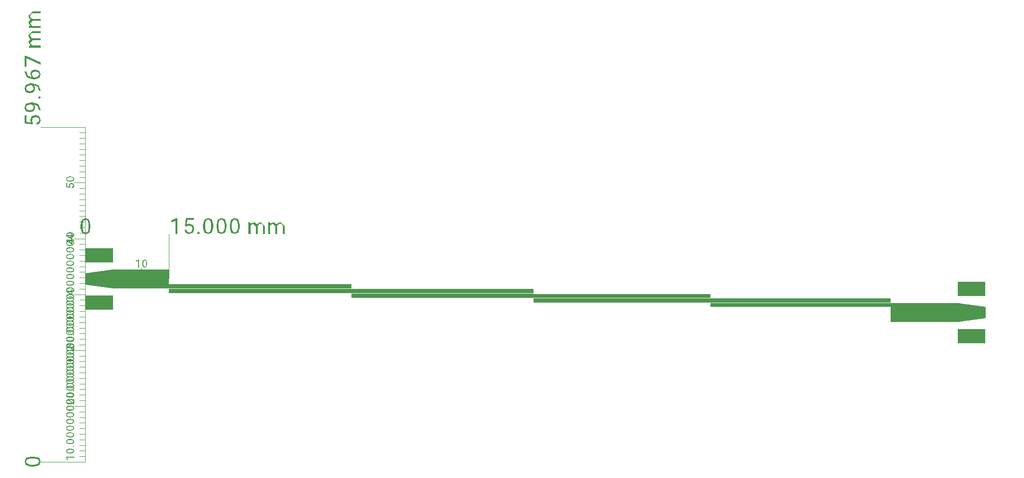
<source format=gbr>
G04 ===== Begin FILE IDENTIFICATION =====*
G04 File Format:  Gerber RS274X*
G04 ===== End FILE IDENTIFICATION =====*
%FSLAX24Y24*%
%MOIN*%
%SFA1.0000B1.0000*%
%OFA0.0B0.0*%
%ADD14C,0.000984*%
%ADD15R,0.196850X0.098425*%
%LNcond*%
%IPPOS*%
%LPD*%
G75*
D14*
G01X-5906Y-12380D02*
G01X-5905Y11229D01*
G01X-6299Y-12380D02*
G01X-5906D01*
G01X-6299Y-11986D02*
G01X-5906D01*
G01X-6299Y-11592D02*
G01X-5906D01*
G01X-6299Y-11199D02*
G01X-5906D01*
G01X-6299Y-10805D02*
G01X-5906D01*
G01X-6299Y-10411D02*
G01X-5906D01*
G01X-6299Y-10018D02*
G01X-5906D01*
G01X-6299Y-9624D02*
G01X-5906D01*
G01X-6299Y-9230D02*
G01X-5906D01*
G01X-6299Y-8836D02*
G01X-5906D01*
G01X-6299Y-8443D02*
G01X-5906D01*
G01X-6299Y-8049D02*
G01X-5906D01*
G01X-6299Y-7655D02*
G01X-5906D01*
G01X-6299Y-7262D02*
G01X-5906D01*
G01X-6299Y-6868D02*
G01X-5906D01*
G01X-6299Y-6474D02*
G01X-5906D01*
G01X-6299Y-6081D02*
G01X-5906D01*
G01X-6299Y-5687D02*
G01X-5906D01*
G01X-6299Y-5293D02*
G01X-5906D01*
G01X-6299Y-4899D02*
G01X-5906D01*
G01X-6299Y-4506D02*
G01X-5906D01*
G01X-6299Y-4112D02*
G01X-5906D01*
G01X-6299Y-3718D02*
G01X-5906D01*
G01X-6299Y-3325D02*
G01X-5906D01*
G01X-6299Y-2931D02*
G01X-5906D01*
G01X-6299Y-2537D02*
G01X-5906D01*
G01X-6299Y-2144D02*
G01X-5906D01*
G01X-6299Y-1750D02*
G01X-5906D01*
G01X-6299Y-1356D02*
G01X-5906D01*
G01X-6299Y-962D02*
G01X-5906D01*
G01X-6299Y-569D02*
G01X-5906D01*
G01X-6299Y-175D02*
G01X-5906D01*
G01X-6299Y219D02*
G01X-5906D01*
G01X-6299Y612D02*
G01X-5906D01*
G01X-6299Y1006D02*
G01X-5906D01*
G01X-6299Y1400D02*
G01X-5906D01*
G01X-6299Y1793D02*
G01X-5906D01*
G01X-6299Y2187D02*
G01X-5906D01*
G01X-6299Y2581D02*
G01X-5906D01*
G01X-6299Y2975D02*
G01X-5906D01*
G01X-6299Y3368D02*
G01X-5906D01*
G01X-6299Y3762D02*
G01X-5906D01*
G01X-6299Y4156D02*
G01X-5906D01*
G01X-6299Y4549D02*
G01X-5906D01*
G01X-6299Y4943D02*
G01X-5906D01*
G01X-6299Y5337D02*
G01X-5906D01*
G01X-6299Y5730D02*
G01X-5906D01*
G01X-6299Y6124D02*
G01X-5906D01*
G01X-6299Y6518D02*
G01X-5906D01*
G01X-6299Y6912D02*
G01X-5906D01*
G01X-6299Y7305D02*
G01X-5906D01*
G01X-6299Y7699D02*
G01X-5906D01*
G01X-6299Y8093D02*
G01X-5906D01*
G01X-6299Y8486D02*
G01X-5906D01*
G01X-6299Y8880D02*
G01X-5906D01*
G01X-6299Y9274D02*
G01X-5906D01*
G01X-6299Y9667D02*
G01X-5906D01*
G01X-6299Y10061D02*
G01X-5906D01*
G01X-6299Y10455D02*
G01X-5906D01*
G01X-6299Y10849D02*
G01X-5906D01*
G36*
G01X-10190Y-12352D02*
G01X-10070Y-12619D01*
G01X-9703Y-12705D01*
G01X-9513D01*
G01X-9159Y-12616D01*
G01X-9040Y-12350D01*
G01X-9161Y-12083D01*
G01X-9533Y-11998D01*
G01X-9717D01*
G01X-9727Y-12001D01*
G01Y-12140D01*
G01X-9494D01*
G01X-9237Y-12194D01*
G01X-9156Y-12350D01*
G01X-9242Y-12510D01*
G01X-9510Y-12563D01*
G01X-9738D01*
G01X-9991Y-12511D01*
G01X-10073Y-12352D01*
G01X-9991Y-12191D01*
G01X-9727Y-12140D01*
G01Y-12001D01*
G01X-10074Y-12086D01*
G01X-10190Y-12352D01*
G37*
D14*
G01X-6693Y-8443D02*
G01X-5906D01*
G36*
G01X-6693Y-12023D02*
G01Y-12094D01*
G01X-7167D01*
G01X-7114Y-12238D01*
G01X-7179D01*
G01X-7255Y-12034D01*
G01Y-12023D01*
G01X-6693D01*
G37*
G36*
G01X-7260Y-11613D02*
G01X-7200Y-11747D01*
G01X-7017Y-11789D01*
G01X-6922D01*
G01X-6745Y-11745D01*
G01X-6685Y-11612D01*
G01X-6746Y-11479D01*
G01X-6932Y-11436D01*
G01X-7024D01*
G01X-7029Y-11437D01*
G01Y-11507D01*
G01X-6912D01*
G01X-6784Y-11534D01*
G01X-6743Y-11612D01*
G01X-6787Y-11692D01*
G01X-6921Y-11718D01*
G01X-7034D01*
G01X-7161Y-11692D01*
G01X-7202Y-11613D01*
G01X-7161Y-11533D01*
G01X-7029Y-11507D01*
G01Y-11437D01*
G01X-7203Y-11480D01*
G01X-7260Y-11613D01*
G37*
G36*
G01X-6730Y-11322D02*
G01X-6761Y-11312D01*
G01X-6773Y-11279D01*
G01X-6761Y-11245D01*
G01X-6730Y-11234D01*
G01X-6701Y-11245D01*
G01X-6689Y-11279D01*
G01X-6701Y-11312D01*
G01X-6730Y-11322D01*
G37*
G36*
G01X-7260Y-10936D02*
G01X-7200Y-11070D01*
G01X-7017Y-11113D01*
G01X-6922D01*
G01X-6745Y-11068D01*
G01X-6685Y-10935D01*
G01X-6746Y-10802D01*
G01X-6932Y-10759D01*
G01X-7024D01*
G01X-7029Y-10761D01*
G01Y-10830D01*
G01X-6912D01*
G01X-6784Y-10857D01*
G01X-6743Y-10935D01*
G01X-6787Y-11015D01*
G01X-6921Y-11042D01*
G01X-7034D01*
G01X-7161Y-11016D01*
G01X-7202Y-10936D01*
G01X-7161Y-10856D01*
G01X-7029Y-10830D01*
G01Y-10761D01*
G01X-7203Y-10803D01*
G01X-7260Y-10936D01*
G37*
G36*
G01X-7260Y-10467D02*
G01X-7200Y-10600D01*
G01X-7017Y-10643D01*
G01X-6922D01*
G01X-6745Y-10599D01*
G01X-6685Y-10466D01*
G01X-6746Y-10333D01*
G01X-6932Y-10290D01*
G01X-7024D01*
G01X-7029Y-10291D01*
G01Y-10361D01*
G01X-6912D01*
G01X-6784Y-10388D01*
G01X-6743Y-10466D01*
G01X-6787Y-10546D01*
G01X-6921Y-10572D01*
G01X-7034D01*
G01X-7161Y-10546D01*
G01X-7202Y-10467D01*
G01X-7161Y-10386D01*
G01X-7029Y-10361D01*
G01Y-10291D01*
G01X-7203Y-10334D01*
G01X-7260Y-10467D01*
G37*
G36*
G01X-7260Y-9997D02*
G01X-7200Y-10131D01*
G01X-7017Y-10174D01*
G01X-6922D01*
G01X-6745Y-10129D01*
G01X-6685Y-9996D01*
G01X-6746Y-9863D01*
G01X-6932Y-9820D01*
G01X-7024D01*
G01X-7029Y-9822D01*
G01Y-9891D01*
G01X-6912D01*
G01X-6784Y-9918D01*
G01X-6743Y-9996D01*
G01X-6787Y-10076D01*
G01X-6921Y-10103D01*
G01X-7034D01*
G01X-7161Y-10077D01*
G01X-7202Y-9997D01*
G01X-7161Y-9917D01*
G01X-7029Y-9891D01*
G01Y-9822D01*
G01X-7203Y-9864D01*
G01X-7260Y-9997D01*
G37*
G36*
G01X-7260Y-9528D02*
G01X-7200Y-9662D01*
G01X-7017Y-9704D01*
G01X-6922D01*
G01X-6745Y-9660D01*
G01X-6685Y-9527D01*
G01X-6746Y-9394D01*
G01X-6932Y-9351D01*
G01X-7024D01*
G01X-7029Y-9352D01*
G01Y-9422D01*
G01X-6912D01*
G01X-6784Y-9449D01*
G01X-6743Y-9527D01*
G01X-6787Y-9607D01*
G01X-6921Y-9633D01*
G01X-7034D01*
G01X-7161Y-9607D01*
G01X-7202Y-9528D01*
G01X-7161Y-9447D01*
G01X-7029Y-9422D01*
G01Y-9352D01*
G01X-7203Y-9395D01*
G01X-7260Y-9528D01*
G37*
G36*
G01X-7260Y-9058D02*
G01X-7200Y-9192D01*
G01X-7017Y-9235D01*
G01X-6922D01*
G01X-6745Y-9190D01*
G01X-6685Y-9057D01*
G01X-6746Y-8924D01*
G01X-6932Y-8881D01*
G01X-7024D01*
G01X-7029Y-8883D01*
G01Y-8952D01*
G01X-6912D01*
G01X-6784Y-8979D01*
G01X-6743Y-9057D01*
G01X-6787Y-9137D01*
G01X-6921Y-9164D01*
G01X-7034D01*
G01X-7161Y-9138D01*
G01X-7202Y-9058D01*
G01X-7161Y-8978D01*
G01X-7029Y-8952D01*
G01Y-8883D01*
G01X-7203Y-8925D01*
G01X-7260Y-9058D01*
G37*
G36*
G01X-7260Y-8589D02*
G01X-7200Y-8723D01*
G01X-7017Y-8765D01*
G01X-6922D01*
G01X-6745Y-8721D01*
G01X-6685Y-8588D01*
G01X-6746Y-8455D01*
G01X-6932Y-8412D01*
G01X-7024D01*
G01X-7029Y-8413D01*
G01Y-8483D01*
G01X-6912D01*
G01X-6784Y-8510D01*
G01X-6743Y-8588D01*
G01X-6787Y-8668D01*
G01X-6921Y-8694D01*
G01X-7034D01*
G01X-7161Y-8668D01*
G01X-7202Y-8589D01*
G01X-7161Y-8508D01*
G01X-7029Y-8483D01*
G01Y-8413D01*
G01X-7203Y-8456D01*
G01X-7260Y-8589D01*
G37*
G36*
G01X-7260Y-8119D02*
G01X-7200Y-8253D01*
G01X-7017Y-8296D01*
G01X-6922D01*
G01X-6745Y-8251D01*
G01X-6685Y-8118D01*
G01X-6746Y-7985D01*
G01X-6932Y-7942D01*
G01X-7024D01*
G01X-7029Y-7944D01*
G01Y-8014D01*
G01X-6912D01*
G01X-6784Y-8040D01*
G01X-6743Y-8118D01*
G01X-6787Y-8198D01*
G01X-6921Y-8225D01*
G01X-7034D01*
G01X-7161Y-8199D01*
G01X-7202Y-8119D01*
G01X-7161Y-8039D01*
G01X-7029Y-8014D01*
G01Y-7944D01*
G01X-7203Y-7986D01*
G01X-7260Y-8119D01*
G37*
G36*
G01X-7260Y-7650D02*
G01X-7200Y-7784D01*
G01X-7017Y-7826D01*
G01X-6922D01*
G01X-6745Y-7782D01*
G01X-6685Y-7649D01*
G01X-6746Y-7516D01*
G01X-6932Y-7473D01*
G01X-7024D01*
G01X-7029Y-7474D01*
G01Y-7544D01*
G01X-6912D01*
G01X-6784Y-7571D01*
G01X-6743Y-7649D01*
G01X-6787Y-7729D01*
G01X-6921Y-7755D01*
G01X-7034D01*
G01X-7161Y-7729D01*
G01X-7202Y-7650D01*
G01X-7161Y-7569D01*
G01X-7029Y-7544D01*
G01Y-7474D01*
G01X-7203Y-7517D01*
G01X-7260Y-7650D01*
G37*
G36*
G01X-7260Y-7180D02*
G01X-7200Y-7314D01*
G01X-7017Y-7357D01*
G01X-6922D01*
G01X-6745Y-7312D01*
G01X-6685Y-7180D01*
G01X-6746Y-7046D01*
G01X-6932Y-7003D01*
G01X-7024D01*
G01X-7029Y-7005D01*
G01Y-7075D01*
G01X-6912D01*
G01X-6784Y-7101D01*
G01X-6743Y-7180D01*
G01X-6787Y-7259D01*
G01X-6921Y-7286D01*
G01X-7034D01*
G01X-7161Y-7260D01*
G01X-7202Y-7180D01*
G01X-7161Y-7100D01*
G01X-7029Y-7075D01*
G01Y-7005D01*
G01X-7203Y-7047D01*
G01X-7260Y-7180D01*
G37*
G36*
G01X-7260Y-6711D02*
G01X-7200Y-6845D01*
G01X-7017Y-6887D01*
G01X-6922D01*
G01X-6745Y-6843D01*
G01X-6685Y-6710D01*
G01X-6746Y-6577D01*
G01X-6932Y-6534D01*
G01X-7024D01*
G01X-7029Y-6535D01*
G01Y-6605D01*
G01X-6912D01*
G01X-6784Y-6632D01*
G01X-6743Y-6710D01*
G01X-6787Y-6790D01*
G01X-6921Y-6816D01*
G01X-7034D01*
G01X-7161Y-6790D01*
G01X-7202Y-6711D01*
G01X-7161Y-6630D01*
G01X-7029Y-6605D01*
G01Y-6535D01*
G01X-7203Y-6578D01*
G01X-7260Y-6711D01*
G37*
G36*
G01X-7260Y-6241D02*
G01X-7200Y-6375D01*
G01X-7017Y-6418D01*
G01X-6922D01*
G01X-6745Y-6373D01*
G01X-6685Y-6241D01*
G01X-6746Y-6107D01*
G01X-6932Y-6064D01*
G01X-7024D01*
G01X-7029Y-6066D01*
G01Y-6136D01*
G01X-6912D01*
G01X-6784Y-6162D01*
G01X-6743Y-6241D01*
G01X-6787Y-6320D01*
G01X-6921Y-6347D01*
G01X-7034D01*
G01X-7161Y-6321D01*
G01X-7202Y-6241D01*
G01X-7161Y-6161D01*
G01X-7029Y-6136D01*
G01Y-6066D01*
G01X-7203Y-6108D01*
G01X-7260Y-6241D01*
G37*
G36*
G01X-7260Y-5772D02*
G01X-7200Y-5906D01*
G01X-7017Y-5948D01*
G01X-6922D01*
G01X-6745Y-5904D01*
G01X-6685Y-5771D01*
G01X-6746Y-5638D01*
G01X-6932Y-5595D01*
G01X-7024D01*
G01X-7029Y-5596D01*
G01Y-5666D01*
G01X-6912D01*
G01X-6784Y-5693D01*
G01X-6743Y-5771D01*
G01X-6787Y-5851D01*
G01X-6921Y-5877D01*
G01X-7034D01*
G01X-7161Y-5851D01*
G01X-7202Y-5772D01*
G01X-7161Y-5691D01*
G01X-7029Y-5666D01*
G01Y-5596D01*
G01X-7203Y-5639D01*
G01X-7260Y-5772D01*
G37*
G36*
G01X-7260Y-5302D02*
G01X-7200Y-5436D01*
G01X-7017Y-5479D01*
G01X-6922D01*
G01X-6745Y-5434D01*
G01X-6685Y-5302D01*
G01X-6746Y-5168D01*
G01X-6932Y-5125D01*
G01X-7024D01*
G01X-7029Y-5127D01*
G01Y-5197D01*
G01X-6912D01*
G01X-6784Y-5223D01*
G01X-6743Y-5302D01*
G01X-6787Y-5381D01*
G01X-6921Y-5408D01*
G01X-7034D01*
G01X-7161Y-5382D01*
G01X-7202Y-5302D01*
G01X-7161Y-5222D01*
G01X-7029Y-5197D01*
G01Y-5127D01*
G01X-7203Y-5169D01*
G01X-7260Y-5302D01*
G37*
G36*
G01X-7260Y-4833D02*
G01X-7200Y-4967D01*
G01X-7017Y-5009D01*
G01X-6922D01*
G01X-6745Y-4965D01*
G01X-6685Y-4832D01*
G01X-6746Y-4699D01*
G01X-6932Y-4656D01*
G01X-7024D01*
G01X-7029Y-4657D01*
G01Y-4727D01*
G01X-6912D01*
G01X-6784Y-4754D01*
G01X-6743Y-4832D01*
G01X-6787Y-4912D01*
G01X-6921Y-4938D01*
G01X-7034D01*
G01X-7161Y-4912D01*
G01X-7202Y-4833D01*
G01X-7161Y-4752D01*
G01X-7029Y-4727D01*
G01Y-4657D01*
G01X-7203Y-4700D01*
G01X-7260Y-4833D01*
G37*
G36*
G01X-6693Y-4171D02*
G01Y-4538D01*
G01X-6744D01*
G01X-6959Y-4344D01*
G01X-7039Y-4284D01*
G01X-7102Y-4268D01*
G01X-7174Y-4295D01*
G01X-7202Y-4365D01*
G01X-7172Y-4448D01*
G01X-7088Y-4477D01*
G01Y-4548D01*
G01X-7213Y-4498D01*
G01X-7260Y-4365D01*
G01X-7219Y-4242D01*
G01X-7110Y-4196D01*
G01X-6914Y-4302D01*
G01X-6751Y-4452D01*
G01Y-4171D01*
G01X-6693D01*
G37*
D14*
G01X-6693Y-4506D02*
G01X-5906D01*
G36*
G01X-6693Y-7953D02*
G01Y-8320D01*
G01X-6744D01*
G01X-6959Y-8126D01*
G01X-7039Y-8066D01*
G01X-7102Y-8050D01*
G01X-7174Y-8077D01*
G01X-7202Y-8147D01*
G01X-7172Y-8230D01*
G01X-7088Y-8259D01*
G01Y-8330D01*
G01X-7213Y-8280D01*
G01X-7260Y-8147D01*
G01X-7219Y-8024D01*
G01X-7110Y-7978D01*
G01X-6914Y-8084D01*
G01X-6751Y-8234D01*
G01Y-7953D01*
G01X-6693D01*
G37*
G36*
G01X-7260Y-7676D02*
G01X-7200Y-7810D01*
G01X-7017Y-7852D01*
G01X-6922D01*
G01X-6745Y-7808D01*
G01X-6685Y-7675D01*
G01X-6746Y-7542D01*
G01X-6932Y-7499D01*
G01X-7024D01*
G01X-7029Y-7500D01*
G01Y-7570D01*
G01X-6912D01*
G01X-6784Y-7597D01*
G01X-6743Y-7675D01*
G01X-6787Y-7755D01*
G01X-6921Y-7781D01*
G01X-7034D01*
G01X-7161Y-7755D01*
G01X-7202Y-7676D01*
G01X-7161Y-7595D01*
G01X-7029Y-7570D01*
G01Y-7500D01*
G01X-7203Y-7543D01*
G01X-7260Y-7676D01*
G37*
G36*
G01X-6730Y-7385D02*
G01X-6761Y-7375D01*
G01X-6773Y-7342D01*
G01X-6761Y-7308D01*
G01X-6730Y-7297D01*
G01X-6701Y-7308D01*
G01X-6689Y-7342D01*
G01X-6701Y-7375D01*
G01X-6730Y-7385D01*
G37*
G36*
G01X-7260Y-6999D02*
G01X-7200Y-7133D01*
G01X-7017Y-7176D01*
G01X-6922D01*
G01X-6745Y-7131D01*
G01X-6685Y-6998D01*
G01X-6746Y-6865D01*
G01X-6932Y-6822D01*
G01X-7024D01*
G01X-7029Y-6824D01*
G01Y-6893D01*
G01X-6912D01*
G01X-6784Y-6920D01*
G01X-6743Y-6998D01*
G01X-6787Y-7078D01*
G01X-6921Y-7105D01*
G01X-7034D01*
G01X-7161Y-7079D01*
G01X-7202Y-6999D01*
G01X-7161Y-6919D01*
G01X-7029Y-6893D01*
G01Y-6824D01*
G01X-7203Y-6866D01*
G01X-7260Y-6999D01*
G37*
G36*
G01X-7260Y-6530D02*
G01X-7200Y-6663D01*
G01X-7017Y-6706D01*
G01X-6922D01*
G01X-6745Y-6662D01*
G01X-6685Y-6529D01*
G01X-6746Y-6396D01*
G01X-6932Y-6353D01*
G01X-7024D01*
G01X-7029Y-6354D01*
G01Y-6424D01*
G01X-6912D01*
G01X-6784Y-6451D01*
G01X-6743Y-6529D01*
G01X-6787Y-6609D01*
G01X-6921Y-6635D01*
G01X-7034D01*
G01X-7161Y-6609D01*
G01X-7202Y-6530D01*
G01X-7161Y-6449D01*
G01X-7029Y-6424D01*
G01Y-6354D01*
G01X-7203Y-6397D01*
G01X-7260Y-6530D01*
G37*
G36*
G01X-7260Y-6060D02*
G01X-7200Y-6194D01*
G01X-7017Y-6237D01*
G01X-6922D01*
G01X-6745Y-6192D01*
G01X-6685Y-6059D01*
G01X-6746Y-5926D01*
G01X-6932Y-5883D01*
G01X-7024D01*
G01X-7029Y-5885D01*
G01Y-5954D01*
G01X-6912D01*
G01X-6784Y-5981D01*
G01X-6743Y-6059D01*
G01X-6787Y-6139D01*
G01X-6921Y-6166D01*
G01X-7034D01*
G01X-7161Y-6140D01*
G01X-7202Y-6060D01*
G01X-7161Y-5980D01*
G01X-7029Y-5954D01*
G01Y-5885D01*
G01X-7203Y-5927D01*
G01X-7260Y-6060D01*
G37*
G36*
G01X-7260Y-5591D02*
G01X-7200Y-5725D01*
G01X-7017Y-5767D01*
G01X-6922D01*
G01X-6745Y-5723D01*
G01X-6685Y-5590D01*
G01X-6746Y-5457D01*
G01X-6932Y-5414D01*
G01X-7024D01*
G01X-7029Y-5415D01*
G01Y-5485D01*
G01X-6912D01*
G01X-6784Y-5512D01*
G01X-6743Y-5590D01*
G01X-6787Y-5670D01*
G01X-6921Y-5696D01*
G01X-7034D01*
G01X-7161Y-5670D01*
G01X-7202Y-5591D01*
G01X-7161Y-5510D01*
G01X-7029Y-5485D01*
G01Y-5415D01*
G01X-7203Y-5458D01*
G01X-7260Y-5591D01*
G37*
G36*
G01X-7260Y-5121D02*
G01X-7200Y-5255D01*
G01X-7017Y-5298D01*
G01X-6922D01*
G01X-6745Y-5253D01*
G01X-6685Y-5120D01*
G01X-6746Y-4987D01*
G01X-6932Y-4944D01*
G01X-7024D01*
G01X-7029Y-4946D01*
G01Y-5015D01*
G01X-6912D01*
G01X-6784Y-5042D01*
G01X-6743Y-5120D01*
G01X-6787Y-5200D01*
G01X-6921Y-5227D01*
G01X-7034D01*
G01X-7161Y-5201D01*
G01X-7202Y-5121D01*
G01X-7161Y-5041D01*
G01X-7029Y-5015D01*
G01Y-4946D01*
G01X-7203Y-4988D01*
G01X-7260Y-5121D01*
G37*
G36*
G01X-7260Y-4652D02*
G01X-7200Y-4786D01*
G01X-7017Y-4828D01*
G01X-6922D01*
G01X-6745Y-4784D01*
G01X-6685Y-4651D01*
G01X-6746Y-4518D01*
G01X-6932Y-4475D01*
G01X-7024D01*
G01X-7029Y-4476D01*
G01Y-4546D01*
G01X-6912D01*
G01X-6784Y-4573D01*
G01X-6743Y-4651D01*
G01X-6787Y-4731D01*
G01X-6921Y-4757D01*
G01X-7034D01*
G01X-7161Y-4731D01*
G01X-7202Y-4652D01*
G01X-7161Y-4571D01*
G01X-7029Y-4546D01*
G01Y-4476D01*
G01X-7203Y-4519D01*
G01X-7260Y-4652D01*
G37*
G36*
G01X-7260Y-4182D02*
G01X-7200Y-4316D01*
G01X-7017Y-4359D01*
G01X-6922D01*
G01X-6745Y-4314D01*
G01X-6685Y-4181D01*
G01X-6746Y-4048D01*
G01X-6932Y-4005D01*
G01X-7024D01*
G01X-7029Y-4007D01*
G01Y-4077D01*
G01X-6912D01*
G01X-6784Y-4103D01*
G01X-6743Y-4181D01*
G01X-6787Y-4261D01*
G01X-6921Y-4288D01*
G01X-7034D01*
G01X-7161Y-4262D01*
G01X-7202Y-4182D01*
G01X-7161Y-4102D01*
G01X-7029Y-4077D01*
G01Y-4007D01*
G01X-7203Y-4049D01*
G01X-7260Y-4182D01*
G37*
G36*
G01X-7260Y-3713D02*
G01X-7200Y-3847D01*
G01X-7017Y-3889D01*
G01X-6922D01*
G01X-6745Y-3845D01*
G01X-6685Y-3712D01*
G01X-6746Y-3579D01*
G01X-6932Y-3536D01*
G01X-7024D01*
G01X-7029Y-3537D01*
G01Y-3607D01*
G01X-6912D01*
G01X-6784Y-3634D01*
G01X-6743Y-3712D01*
G01X-6787Y-3792D01*
G01X-6921Y-3818D01*
G01X-7034D01*
G01X-7161Y-3792D01*
G01X-7202Y-3713D01*
G01X-7161Y-3632D01*
G01X-7029Y-3607D01*
G01Y-3537D01*
G01X-7203Y-3580D01*
G01X-7260Y-3713D01*
G37*
G36*
G01X-7260Y-3243D02*
G01X-7200Y-3377D01*
G01X-7017Y-3420D01*
G01X-6922D01*
G01X-6745Y-3375D01*
G01X-6685Y-3243D01*
G01X-6746Y-3109D01*
G01X-6932Y-3066D01*
G01X-7024D01*
G01X-7029Y-3068D01*
G01Y-3138D01*
G01X-6912D01*
G01X-6784Y-3164D01*
G01X-6743Y-3243D01*
G01X-6787Y-3322D01*
G01X-6921Y-3349D01*
G01X-7034D01*
G01X-7161Y-3323D01*
G01X-7202Y-3243D01*
G01X-7161Y-3163D01*
G01X-7029Y-3138D01*
G01Y-3068D01*
G01X-7203Y-3110D01*
G01X-7260Y-3243D01*
G37*
G36*
G01X-7260Y-2774D02*
G01X-7200Y-2908D01*
G01X-7017Y-2950D01*
G01X-6922D01*
G01X-6745Y-2906D01*
G01X-6685Y-2773D01*
G01X-6746Y-2640D01*
G01X-6932Y-2597D01*
G01X-7024D01*
G01X-7029Y-2598D01*
G01Y-2668D01*
G01X-6912D01*
G01X-6784Y-2695D01*
G01X-6743Y-2773D01*
G01X-6787Y-2853D01*
G01X-6921Y-2879D01*
G01X-7034D01*
G01X-7161Y-2853D01*
G01X-7202Y-2774D01*
G01X-7161Y-2693D01*
G01X-7029Y-2668D01*
G01Y-2598D01*
G01X-7203Y-2641D01*
G01X-7260Y-2774D01*
G37*
G36*
G01X-7260Y-2304D02*
G01X-7200Y-2438D01*
G01X-7017Y-2481D01*
G01X-6922D01*
G01X-6745Y-2436D01*
G01X-6685Y-2304D01*
G01X-6746Y-2170D01*
G01X-6932Y-2127D01*
G01X-7024D01*
G01X-7029Y-2129D01*
G01Y-2199D01*
G01X-6912D01*
G01X-6784Y-2225D01*
G01X-6743Y-2304D01*
G01X-6787Y-2383D01*
G01X-6921Y-2410D01*
G01X-7034D01*
G01X-7161Y-2384D01*
G01X-7202Y-2304D01*
G01X-7161Y-2224D01*
G01X-7029Y-2199D01*
G01Y-2129D01*
G01X-7203Y-2171D01*
G01X-7260Y-2304D01*
G37*
G36*
G01X-7260Y-1835D02*
G01X-7200Y-1969D01*
G01X-7017Y-2011D01*
G01X-6922D01*
G01X-6745Y-1967D01*
G01X-6685Y-1834D01*
G01X-6746Y-1701D01*
G01X-6932Y-1658D01*
G01X-7024D01*
G01X-7029Y-1659D01*
G01Y-1729D01*
G01X-6912D01*
G01X-6784Y-1756D01*
G01X-6743Y-1834D01*
G01X-6787Y-1914D01*
G01X-6921Y-1940D01*
G01X-7034D01*
G01X-7161Y-1914D01*
G01X-7202Y-1835D01*
G01X-7161Y-1754D01*
G01X-7029Y-1729D01*
G01Y-1659D01*
G01X-7203Y-1702D01*
G01X-7260Y-1835D01*
G37*
G36*
G01X-7260Y-1365D02*
G01X-7200Y-1499D01*
G01X-7017Y-1542D01*
G01X-6922D01*
G01X-6745Y-1497D01*
G01X-6685Y-1365D01*
G01X-6746Y-1231D01*
G01X-6932Y-1188D01*
G01X-7024D01*
G01X-7029Y-1190D01*
G01Y-1260D01*
G01X-6912D01*
G01X-6784Y-1286D01*
G01X-6743Y-1365D01*
G01X-6787Y-1444D01*
G01X-6921Y-1471D01*
G01X-7034D01*
G01X-7161Y-1445D01*
G01X-7202Y-1365D01*
G01X-7161Y-1285D01*
G01X-7029Y-1260D01*
G01Y-1190D01*
G01X-7203Y-1232D01*
G01X-7260Y-1365D01*
G37*
G36*
G01X-7260Y-896D02*
G01X-7200Y-1030D01*
G01X-7017Y-1072D01*
G01X-6922D01*
G01X-6745Y-1028D01*
G01X-6685Y-895D01*
G01X-6746Y-762D01*
G01X-6932Y-719D01*
G01X-7024D01*
G01X-7029Y-720D01*
G01Y-790D01*
G01X-6912D01*
G01X-6784Y-817D01*
G01X-6743Y-895D01*
G01X-6787Y-975D01*
G01X-6921Y-1001D01*
G01X-7034D01*
G01X-7161Y-975D01*
G01X-7202Y-896D01*
G01X-7161Y-815D01*
G01X-7029Y-790D01*
G01Y-720D01*
G01X-7203Y-763D01*
G01X-7260Y-896D01*
G37*
G36*
G01X-6823Y-300D02*
G01Y-223D01*
G01X-6881D01*
G01Y-300D01*
G01X-7155D01*
G01Y-372D01*
G01X-6881D01*
G01Y-546D01*
G01X-7140Y-380D01*
G01X-7155Y-372D01*
G01Y-300D01*
G01X-7253D01*
G01Y-376D01*
G01X-6865Y-627D01*
G01X-6823D01*
G01Y-372D01*
G01X-6693D01*
G01Y-300D01*
G01X-6823D01*
G37*
D14*
G01X-6693Y-569D02*
G01X-5906D01*
G36*
G01X-7007Y-4279D02*
G01Y-4226D01*
G01X-7034Y-4146D01*
G01X-7104Y-4118D01*
G01X-7202Y-4216D01*
G01X-7176Y-4289D01*
G01X-7106Y-4317D01*
G01Y-4388D01*
G01X-7216Y-4339D01*
G01X-7260Y-4216D01*
G01X-7218Y-4091D01*
G01X-7102Y-4046D01*
G01X-7031Y-4070D01*
G01X-6980Y-4135D01*
G01X-6932Y-4063D01*
G01X-6849Y-4038D01*
G01X-6729Y-4087D01*
G01X-6685Y-4215D01*
G01X-6728Y-4343D01*
G01X-6841Y-4393D01*
G01Y-4321D01*
G01X-6770Y-4293D01*
G01X-6743Y-4215D01*
G01X-6770Y-4136D01*
G01X-6847Y-4109D01*
G01X-6922Y-4139D01*
G01X-6949Y-4226D01*
G01Y-4279D01*
G01X-7007D01*
G37*
G36*
G01X-7260Y-3739D02*
G01X-7200Y-3873D01*
G01X-7017Y-3915D01*
G01X-6922D01*
G01X-6745Y-3871D01*
G01X-6685Y-3738D01*
G01X-6746Y-3605D01*
G01X-6932Y-3562D01*
G01X-7024D01*
G01X-7029Y-3563D01*
G01Y-3633D01*
G01X-6912D01*
G01X-6784Y-3660D01*
G01X-6743Y-3738D01*
G01X-6787Y-3818D01*
G01X-6921Y-3844D01*
G01X-7034D01*
G01X-7161Y-3818D01*
G01X-7202Y-3739D01*
G01X-7161Y-3658D01*
G01X-7029Y-3633D01*
G01Y-3563D01*
G01X-7203Y-3606D01*
G01X-7260Y-3739D01*
G37*
G36*
G01X-6730Y-3448D02*
G01X-6761Y-3437D01*
G01X-6773Y-3405D01*
G01X-6761Y-3371D01*
G01X-6730Y-3360D01*
G01X-6701Y-3371D01*
G01X-6689Y-3405D01*
G01X-6701Y-3437D01*
G01X-6730Y-3448D01*
G37*
G36*
G01X-7260Y-3062D02*
G01X-7200Y-3196D01*
G01X-7017Y-3239D01*
G01X-6922D01*
G01X-6745Y-3194D01*
G01X-6685Y-3061D01*
G01X-6746Y-2928D01*
G01X-6932Y-2885D01*
G01X-7024D01*
G01X-7029Y-2887D01*
G01Y-2956D01*
G01X-6912D01*
G01X-6784Y-2983D01*
G01X-6743Y-3061D01*
G01X-6787Y-3141D01*
G01X-6921Y-3168D01*
G01X-7034D01*
G01X-7161Y-3142D01*
G01X-7202Y-3062D01*
G01X-7161Y-2982D01*
G01X-7029Y-2956D01*
G01Y-2887D01*
G01X-7203Y-2929D01*
G01X-7260Y-3062D01*
G37*
G36*
G01X-7260Y-2593D02*
G01X-7200Y-2726D01*
G01X-7017Y-2769D01*
G01X-6922D01*
G01X-6745Y-2725D01*
G01X-6685Y-2592D01*
G01X-6746Y-2458D01*
G01X-6932Y-2416D01*
G01X-7024D01*
G01X-7029Y-2417D01*
G01Y-2487D01*
G01X-6912D01*
G01X-6784Y-2514D01*
G01X-6743Y-2592D01*
G01X-6787Y-2672D01*
G01X-6921Y-2698D01*
G01X-7034D01*
G01X-7161Y-2672D01*
G01X-7202Y-2593D01*
G01X-7161Y-2512D01*
G01X-7029Y-2487D01*
G01Y-2417D01*
G01X-7203Y-2460D01*
G01X-7260Y-2593D01*
G37*
G36*
G01X-7260Y-2123D02*
G01X-7200Y-2257D01*
G01X-7017Y-2300D01*
G01X-6922D01*
G01X-6745Y-2255D01*
G01X-6685Y-2122D01*
G01X-6746Y-1989D01*
G01X-6932Y-1946D01*
G01X-7024D01*
G01X-7029Y-1948D01*
G01Y-2017D01*
G01X-6912D01*
G01X-6784Y-2044D01*
G01X-6743Y-2122D01*
G01X-6787Y-2202D01*
G01X-6921Y-2229D01*
G01X-7034D01*
G01X-7161Y-2203D01*
G01X-7202Y-2123D01*
G01X-7161Y-2043D01*
G01X-7029Y-2017D01*
G01Y-1948D01*
G01X-7203Y-1990D01*
G01X-7260Y-2123D01*
G37*
G36*
G01X-7260Y-1654D02*
G01X-7200Y-1787D01*
G01X-7017Y-1830D01*
G01X-6922D01*
G01X-6745Y-1786D01*
G01X-6685Y-1653D01*
G01X-6746Y-1520D01*
G01X-6932Y-1477D01*
G01X-7024D01*
G01X-7029Y-1478D01*
G01Y-1548D01*
G01X-6912D01*
G01X-6784Y-1575D01*
G01X-6743Y-1653D01*
G01X-6787Y-1733D01*
G01X-6921Y-1759D01*
G01X-7034D01*
G01X-7161Y-1733D01*
G01X-7202Y-1654D01*
G01X-7161Y-1573D01*
G01X-7029Y-1548D01*
G01Y-1478D01*
G01X-7203Y-1521D01*
G01X-7260Y-1654D01*
G37*
G36*
G01X-7260Y-1184D02*
G01X-7200Y-1318D01*
G01X-7017Y-1361D01*
G01X-6922D01*
G01X-6745Y-1316D01*
G01X-6685Y-1183D01*
G01X-6746Y-1050D01*
G01X-6932Y-1007D01*
G01X-7024D01*
G01X-7029Y-1009D01*
G01Y-1078D01*
G01X-6912D01*
G01X-6784Y-1105D01*
G01X-6743Y-1183D01*
G01X-6787Y-1263D01*
G01X-6921Y-1290D01*
G01X-7034D01*
G01X-7161Y-1264D01*
G01X-7202Y-1184D01*
G01X-7161Y-1104D01*
G01X-7029Y-1078D01*
G01Y-1009D01*
G01X-7203Y-1051D01*
G01X-7260Y-1184D01*
G37*
G36*
G01X-7260Y-715D02*
G01X-7200Y-849D01*
G01X-7017Y-891D01*
G01X-6922D01*
G01X-6745Y-847D01*
G01X-6685Y-714D01*
G01X-6746Y-581D01*
G01X-6932Y-538D01*
G01X-7024D01*
G01X-7029Y-539D01*
G01Y-609D01*
G01X-6912D01*
G01X-6784Y-636D01*
G01X-6743Y-714D01*
G01X-6787Y-794D01*
G01X-6921Y-820D01*
G01X-7034D01*
G01X-7161Y-794D01*
G01X-7202Y-715D01*
G01X-7161Y-634D01*
G01X-7029Y-609D01*
G01Y-539D01*
G01X-7203Y-582D01*
G01X-7260Y-715D01*
G37*
G36*
G01X-7260Y-245D02*
G01X-7200Y-379D01*
G01X-7017Y-422D01*
G01X-6922D01*
G01X-6745Y-377D01*
G01X-6685Y-244D01*
G01X-6746Y-111D01*
G01X-6932Y-68D01*
G01X-7024D01*
G01X-7029Y-70D01*
G01Y-140D01*
G01X-6912D01*
G01X-6784Y-166D01*
G01X-6743Y-244D01*
G01X-6787Y-324D01*
G01X-6921Y-351D01*
G01X-7034D01*
G01X-7161Y-325D01*
G01X-7202Y-245D01*
G01X-7161Y-165D01*
G01X-7029Y-140D01*
G01Y-70D01*
G01X-7203Y-112D01*
G01X-7260Y-245D01*
G37*
G36*
G01X-7260Y224D02*
G01X-7200Y90D01*
G01X-7017Y48D01*
G01X-6922D01*
G01X-6745Y92D01*
G01X-6685Y225D01*
G01X-6746Y358D01*
G01X-6932Y401D01*
G01X-7024D01*
G01X-7029Y400D01*
G01Y330D01*
G01X-6912D01*
G01X-6784Y303D01*
G01X-6743Y225D01*
G01X-6787Y145D01*
G01X-6921Y119D01*
G01X-7034D01*
G01X-7161Y145D01*
G01X-7202Y224D01*
G01X-7161Y305D01*
G01X-7029Y330D01*
G01Y400D01*
G01X-7203Y357D01*
G01X-7260Y224D01*
G37*
G36*
G01X-7260Y694D02*
G01X-7200Y560D01*
G01X-7017Y517D01*
G01X-6922D01*
G01X-6745Y562D01*
G01X-6685Y695D01*
G01X-6746Y828D01*
G01X-6932Y871D01*
G01X-7024D01*
G01X-7029Y869D01*
G01Y799D01*
G01X-6912D01*
G01X-6784Y773D01*
G01X-6743Y695D01*
G01X-6787Y615D01*
G01X-6921Y588D01*
G01X-7034D01*
G01X-7161Y614D01*
G01X-7202Y694D01*
G01X-7161Y774D01*
G01X-7029Y799D01*
G01Y869D01*
G01X-7203Y827D01*
G01X-7260Y694D01*
G37*
G36*
G01X-7260Y1163D02*
G01X-7200Y1029D01*
G01X-7017Y987D01*
G01X-6922D01*
G01X-6745Y1031D01*
G01X-6685Y1164D01*
G01X-6746Y1297D01*
G01X-6932Y1340D01*
G01X-7024D01*
G01X-7029Y1339D01*
G01Y1269D01*
G01X-6912D01*
G01X-6784Y1242D01*
G01X-6743Y1164D01*
G01X-6787Y1084D01*
G01X-6921Y1058D01*
G01X-7034D01*
G01X-7161Y1084D01*
G01X-7202Y1163D01*
G01X-7161Y1244D01*
G01X-7029Y1269D01*
G01Y1339D01*
G01X-7203Y1296D01*
G01X-7260Y1163D01*
G37*
G36*
G01X-7260Y1633D02*
G01X-7200Y1499D01*
G01X-7017Y1456D01*
G01X-6922D01*
G01X-6745Y1501D01*
G01X-6685Y1633D01*
G01X-6746Y1767D01*
G01X-6932Y1810D01*
G01X-7024D01*
G01X-7029Y1808D01*
G01Y1738D01*
G01X-6912D01*
G01X-6784Y1712D01*
G01X-6743Y1633D01*
G01X-6787Y1554D01*
G01X-6921Y1527D01*
G01X-7034D01*
G01X-7161Y1553D01*
G01X-7202Y1633D01*
G01X-7161Y1713D01*
G01X-7029Y1738D01*
G01Y1808D01*
G01X-7203Y1766D01*
G01X-7260Y1633D01*
G37*
G36*
G01X-7260Y2102D02*
G01X-7200Y1968D01*
G01X-7017Y1926D01*
G01X-6922D01*
G01X-6745Y1970D01*
G01X-6685Y2103D01*
G01X-6746Y2236D01*
G01X-6932Y2279D01*
G01X-7024D01*
G01X-7029Y2278D01*
G01Y2208D01*
G01X-6912D01*
G01X-6784Y2181D01*
G01X-6743Y2103D01*
G01X-6787Y2023D01*
G01X-6921Y1997D01*
G01X-7034D01*
G01X-7161Y2023D01*
G01X-7202Y2102D01*
G01X-7161Y2183D01*
G01X-7029Y2208D01*
G01Y2278D01*
G01X-7203Y2235D01*
G01X-7260Y2102D01*
G37*
G36*
G01X-7260Y2572D02*
G01X-7200Y2438D01*
G01X-7017Y2395D01*
G01X-6922D01*
G01X-6745Y2440D01*
G01X-6685Y2572D01*
G01X-6746Y2706D01*
G01X-6932Y2749D01*
G01X-7024D01*
G01X-7029Y2747D01*
G01Y2677D01*
G01X-6912D01*
G01X-6784Y2651D01*
G01X-6743Y2572D01*
G01X-6787Y2493D01*
G01X-6921Y2466D01*
G01X-7034D01*
G01X-7161Y2492D01*
G01X-7202Y2572D01*
G01X-7161Y2652D01*
G01X-7029Y2677D01*
G01Y2747D01*
G01X-7203Y2705D01*
G01X-7260Y2572D01*
G37*
G36*
G01X-7260Y3041D02*
G01X-7200Y2907D01*
G01X-7017Y2865D01*
G01X-6922D01*
G01X-6745Y2909D01*
G01X-6685Y3042D01*
G01X-6746Y3175D01*
G01X-6932Y3218D01*
G01X-7024D01*
G01X-7029Y3217D01*
G01Y3147D01*
G01X-6912D01*
G01X-6784Y3120D01*
G01X-6743Y3042D01*
G01X-6787Y2962D01*
G01X-6921Y2936D01*
G01X-7034D01*
G01X-7161Y2962D01*
G01X-7202Y3041D01*
G01X-7161Y3122D01*
G01X-7029Y3147D01*
G01Y3217D01*
G01X-7203Y3174D01*
G01X-7260Y3041D01*
G37*
G36*
G01X-6823Y3637D02*
G01Y3714D01*
G01X-6881D01*
G01Y3637D01*
G01X-7155D01*
G01Y3565D01*
G01X-6881D01*
G01Y3391D01*
G01X-7140Y3557D01*
G01X-7155Y3565D01*
G01Y3637D01*
G01X-7253D01*
G01Y3561D01*
G01X-6865Y3310D01*
G01X-6823D01*
G01Y3565D01*
G01X-6693D01*
G01Y3637D01*
G01X-6823D01*
G37*
D14*
G01X-6693Y3368D02*
G01X-5906D01*
G36*
G01X-6823Y3288D02*
G01Y3366D01*
G01X-6881D01*
G01Y3288D01*
G01X-7155D01*
G01Y3216D01*
G01X-6881D01*
G01Y3042D01*
G01X-7140Y3208D01*
G01X-7155Y3216D01*
G01Y3288D01*
G01X-7253D01*
G01Y3212D01*
G01X-6865Y2961D01*
G01X-6823D01*
G01Y3216D01*
G01X-6693D01*
G01Y3288D01*
G01X-6823D01*
G37*
G36*
G01X-7260Y3631D02*
G01X-7200Y3497D01*
G01X-7017Y3455D01*
G01X-6922D01*
G01X-6745Y3499D01*
G01X-6685Y3632D01*
G01X-6746Y3765D01*
G01X-6932Y3808D01*
G01X-7024D01*
G01X-7029Y3807D01*
G01Y3737D01*
G01X-6912D01*
G01X-6784Y3710D01*
G01X-6743Y3632D01*
G01X-6787Y3552D01*
G01X-6921Y3526D01*
G01X-7034D01*
G01X-7161Y3552D01*
G01X-7202Y3631D01*
G01X-7161Y3712D01*
G01X-7029Y3737D01*
G01Y3807D01*
G01X-7203Y3764D01*
G01X-7260Y3631D01*
G37*
D14*
G01X-6693Y7305D02*
G01X-5906D01*
G36*
G01X-6974Y6957D02*
G01X-7253Y6986D01*
G01Y7273D01*
G01X-7187D01*
G01Y7046D01*
G01X-7034Y7029D01*
G01X-7059Y7123D01*
G01X-7008Y7244D01*
G01X-6871Y7289D01*
G01X-6735Y7242D01*
G01X-6685Y7112D01*
G01X-6726Y6991D01*
G01X-6840Y6937D01*
G01Y7005D01*
G01X-6768Y7039D01*
G01X-6743Y7112D01*
G01X-6777Y7190D01*
G01X-6871Y7218D01*
G01X-6961Y7187D01*
G01X-6995Y7106D01*
G01X-6974Y7033D01*
G01X-6959Y7014D01*
G01X-6974Y6957D01*
G37*
G36*
G01X-7260Y7568D02*
G01X-7200Y7434D01*
G01X-7017Y7392D01*
G01X-6922D01*
G01X-6745Y7436D01*
G01X-6685Y7569D01*
G01X-6746Y7702D01*
G01X-6932Y7745D01*
G01X-7024D01*
G01X-7029Y7744D01*
G01Y7674D01*
G01X-6912D01*
G01X-6784Y7647D01*
G01X-6743Y7569D01*
G01X-6787Y7489D01*
G01X-6921Y7463D01*
G01X-7034D01*
G01X-7161Y7489D01*
G01X-7202Y7568D01*
G01X-7161Y7649D01*
G01X-7029Y7674D01*
G01Y7744D01*
G01X-7203Y7701D01*
G01X-7260Y7568D01*
G37*
D14*
G01X-9055Y-12380D02*
G01X-5906D01*
G01X-9055Y11229D02*
G01X-5905D01*
G36*
G01X-9616Y11415D02*
G01X-10175Y11472D01*
G01Y12046D01*
G01X-10043D01*
G01Y11593D01*
G01X-9738Y11559D01*
G01X-9786Y11746D01*
G01X-9685Y11989D01*
G01X-9412Y12079D01*
G01X-9139Y11985D01*
G01X-9040Y11724D01*
G01X-9122Y11482D01*
G01X-9350Y11375D01*
G01Y11510D01*
G01X-9205Y11578D01*
G01X-9156Y11724D01*
G01X-9223Y11880D01*
G01X-9410Y11936D01*
G01X-9591Y11875D01*
G01X-9659Y11713D01*
G01X-9618Y11567D01*
G01X-9587Y11529D01*
G01X-9616Y11415D01*
G37*
G36*
G01X-10190Y12619D02*
G01X-10142Y12436D01*
G01X-10005Y12315D01*
G01X-9802Y12273D01*
G01X-9611Y12312D01*
G01X-9477Y12423D01*
G01X-9430Y12592D01*
G01X-9462Y12727D01*
G01X-9547Y12834D01*
G01X-9267Y12731D01*
G01X-9175Y12460D01*
G01Y12430D01*
G01X-9054D01*
G01Y12458D01*
G01X-9208Y12848D01*
G01X-9686Y12977D01*
G01X-9727D01*
G01X-9756Y12969D01*
G01Y12835D01*
G01X-9699D01*
G01X-9591Y12747D01*
G01X-9547Y12615D01*
G01X-9621Y12468D01*
G01X-9810Y12413D01*
G01X-10000Y12469D01*
G01X-10072Y12620D01*
G01X-9984Y12774D01*
G01X-9756Y12835D01*
G01Y12969D01*
G01X-10066Y12881D01*
G01X-10190Y12619D01*
G37*
G36*
G01X-9130Y13218D02*
G01X-9191Y13240D01*
G01X-9216Y13306D01*
G01X-9191Y13372D01*
G01X-9130Y13395D01*
G01X-9070Y13372D01*
G01X-9047Y13306D01*
G01X-9070Y13240D01*
G01X-9130Y13218D01*
G37*
G36*
G01X-10190Y13973D02*
G01X-10142Y13790D01*
G01X-10005Y13669D01*
G01X-9802Y13626D01*
G01X-9611Y13665D01*
G01X-9477Y13776D01*
G01X-9430Y13945D01*
G01X-9462Y14081D01*
G01X-9547Y14187D01*
G01X-9267Y14084D01*
G01X-9175Y13814D01*
G01Y13784D01*
G01X-9054D01*
G01Y13811D01*
G01X-9208Y14201D01*
G01X-9686Y14330D01*
G01X-9727D01*
G01X-9756Y14322D01*
G01Y14188D01*
G01X-9699D01*
G01X-9591Y14100D01*
G01X-9547Y13968D01*
G01X-9621Y13821D01*
G01X-9810Y13766D01*
G01X-10000Y13823D01*
G01X-10072Y13974D01*
G01X-9984Y14127D01*
G01X-9756Y14188D01*
G01Y14322D01*
G01X-10066Y14235D01*
G01X-10190Y13973D01*
G37*
G36*
G01X-10055Y15113D02*
G01Y15139D01*
G01X-10175D01*
G01Y15114D01*
G01X-10008Y14721D01*
G01X-9536Y14590D01*
G01X-9481D01*
G01X-9163Y14689D01*
G01X-9040Y14950D01*
G01X-9144Y15203D01*
G01X-9413Y15295D01*
G01Y15156D01*
G01X-9228Y15101D01*
G01X-9157Y14950D01*
G01X-9242Y14795D01*
G01X-9465Y14733D01*
G01X-9517D01*
G01X-9627Y14818D01*
G01X-9671Y14952D01*
G01X-9600Y15100D01*
G01X-9413Y15156D01*
G01Y15295D01*
G01X-9420Y15297D01*
G01X-9686Y15210D01*
G01X-9789Y14976D01*
G01X-9688Y14735D01*
G01X-9956Y14849D01*
G01X-10055Y15113D01*
G37*
G36*
G01X-10095Y16243D02*
G01X-9055Y15779D01*
G01Y15630D01*
G01X-10058Y16092D01*
G01Y15486D01*
G01X-10175D01*
G01Y16243D01*
G01X-10095D01*
G37*
G36*
G01X-9887Y16970D02*
G01X-9795Y16973D01*
G01X-9902Y17220D01*
G01X-9769Y17458D01*
G01X-9866Y17566D01*
G01X-9902Y17723D01*
G01X-9613Y18002D01*
G01X-9055D01*
G01Y17859D01*
G01X-9604D01*
G01X-9738Y17819D01*
G01X-9782Y17682D01*
G01X-9734Y17550D01*
G01X-9607Y17489D01*
G01X-9055D01*
G01Y17346D01*
G01X-9600D01*
G01X-9782Y17169D01*
G01X-9663Y16977D01*
G01X-9055D01*
G01Y16835D01*
G01X-9887D01*
G01Y16970D01*
G37*
G36*
G01X-9887Y18350D02*
G01X-9795Y18353D01*
G01X-9902Y18600D01*
G01X-9769Y18838D01*
G01X-9866Y18946D01*
G01X-9902Y19103D01*
G01X-9613Y19381D01*
G01X-9055D01*
G01Y19239D01*
G01X-9604D01*
G01X-9738Y19198D01*
G01X-9782Y19062D01*
G01X-9734Y18930D01*
G01X-9607Y18869D01*
G01X-9055D01*
G01Y18726D01*
G01X-9600D01*
G01X-9782Y18549D01*
G01X-9663Y18357D01*
G01X-9055D01*
G01Y18215D01*
G01X-9887D01*
G01Y18350D01*
G37*
D14*
G01X-5906Y528D02*
G01X0Y539D01*
G01X-5906Y921D02*
G01Y528D01*
G01X-5513Y922D02*
G01X-5512Y529D01*
G01X-5119Y923D02*
G01X-5118Y529D01*
G01X-4725Y924D02*
G01X-4724Y530D01*
G01X-4331Y924D02*
G01Y531D01*
G01X-3938Y925D02*
G01X-3937Y532D01*
G01X-3544Y926D02*
G01X-3543Y532D01*
G01X-3150Y927D02*
G01Y533D01*
G01X-2757Y927D02*
G01X-2756Y534D01*
G01X-2363Y928D02*
G01X-2362Y534D01*
G01X-1969Y929D02*
G01Y535D01*
G01X-1576Y930D02*
G01X-1575Y536D01*
G01X-1182Y930D02*
G01X-1181Y537D01*
G01X-788Y931D02*
G01X-787Y537D01*
G01X-394Y932D02*
G01Y538D01*
G01X-1Y933D02*
G01X0Y539D01*
G36*
G01X-6236Y4136D02*
G01X-6147Y3781D01*
G01X-5882Y3662D01*
G01X-5615Y3784D01*
G01X-5530Y4155D01*
G01Y4339D01*
G01X-5617Y4697D01*
G01X-5883Y4812D01*
G01Y4695D01*
G01X-5723Y4613D01*
G01X-5672Y4349D01*
G01Y4116D01*
G01X-5725Y3860D01*
G01X-5882Y3778D01*
G01X-6041Y3865D01*
G01X-6094Y4133D01*
G01Y4360D01*
G01X-6043Y4613D01*
G01X-5883Y4695D01*
G01Y4812D01*
G01X-6151Y4692D01*
G01X-6236Y4326D01*
G01Y4136D01*
G37*
D14*
G01X-1970Y1323D02*
G01X-1969Y535D01*
G36*
G01X-2117Y1323D02*
G01X-2188D01*
G01Y1797D01*
G01X-2332Y1744D01*
G01Y1809D01*
G01X-2128Y1885D01*
G01X-2117D01*
G01Y1323D01*
G37*
G36*
G01X-1883Y1552D02*
G01X-1839Y1374D01*
G01X-1706Y1315D01*
G01X-1573Y1376D01*
G01X-1530Y1561D01*
G01Y1654D01*
G01X-1574Y1832D01*
G01X-1707Y1890D01*
G01Y1832D01*
G01X-1627Y1790D01*
G01X-1601Y1659D01*
G01Y1542D01*
G01X-1628Y1414D01*
G01X-1706Y1373D01*
G01X-1786Y1416D01*
G01X-1812Y1550D01*
G01Y1664D01*
G01X-1787Y1791D01*
G01X-1707Y1832D01*
G01Y1890D01*
G01X-1841Y1830D01*
G01X-1883Y1647D01*
G01Y1552D01*
G37*
D14*
G01X-5911Y3677D02*
G01X-5906Y528D01*
G01X-6Y3689D02*
G01X0Y539D01*
G36*
G01X582Y3689D02*
G01X439D01*
G01Y4637D01*
G01X152Y4531D01*
G01Y4660D01*
G01X560Y4814D01*
G01X582D01*
G01Y3689D01*
G37*
G36*
G01X1119Y4250D02*
G01X1176Y4808D01*
G01X1750D01*
G01Y4677D01*
G01X1297D01*
G01X1263Y4371D01*
G01X1450Y4420D01*
G01X1693Y4319D01*
G01X1783Y4045D01*
G01X1689Y3773D01*
G01X1428Y3673D01*
G01X1186Y3755D01*
G01X1079Y3983D01*
G01X1214D01*
G01X1282Y3838D01*
G01X1428Y3789D01*
G01X1584Y3857D01*
G01X1640Y4044D01*
G01X1579Y4224D01*
G01X1417Y4292D01*
G01X1271Y4251D01*
G01X1233Y4221D01*
G01X1119Y4250D01*
G37*
G36*
G01X1983Y3763D02*
G01X2005Y3825D01*
G01X2071Y3849D01*
G01X2137Y3825D01*
G01X2160Y3763D01*
G01X2137Y3704D01*
G01X2071Y3680D01*
G01X2005Y3704D01*
G01X1983Y3763D01*
G37*
G36*
G01X2403Y4147D02*
G01X2492Y3792D01*
G01X2757Y3673D01*
G01X3024Y3795D01*
G01X3109Y4166D01*
G01Y4351D01*
G01X3022Y4708D01*
G01X2755Y4824D01*
G01Y4707D01*
G01X2916Y4624D01*
G01X2967Y4361D01*
G01Y4128D01*
G01X2913Y3871D01*
G01X2757Y3789D01*
G01X2597Y3876D01*
G01X2545Y4144D01*
G01Y4371D01*
G01X2596Y4624D01*
G01X2755Y4707D01*
G01Y4824D01*
G01X2488Y4704D01*
G01X2403Y4337D01*
G01Y4147D01*
G37*
G36*
G01X3341Y4147D02*
G01X3431Y3792D01*
G01X3696Y3673D01*
G01X3963Y3795D01*
G01X4048Y4166D01*
G01Y4351D01*
G01X3961Y4708D01*
G01X3694Y4824D01*
G01Y4707D01*
G01X3855Y4624D01*
G01X3906Y4361D01*
G01Y4128D01*
G01X3852Y3871D01*
G01X3696Y3789D01*
G01X3536Y3876D01*
G01X3484Y4144D01*
G01Y4371D01*
G01X3535Y4624D01*
G01X3694Y4707D01*
G01Y4824D01*
G01X3427Y4704D01*
G01X3341Y4337D01*
G01Y4147D01*
G37*
G36*
G01X4280Y4147D02*
G01X4370Y3792D01*
G01X4635Y3673D01*
G01X4902Y3795D01*
G01X4987Y4166D01*
G01Y4351D01*
G01X4899Y4708D01*
G01X4633Y4824D01*
G01Y4707D01*
G01X4794Y4624D01*
G01X4845Y4361D01*
G01Y4128D01*
G01X4791Y3871D01*
G01X4635Y3789D01*
G01X4475Y3876D01*
G01X4423Y4144D01*
G01Y4371D01*
G01X4474Y4624D01*
G01X4633Y4707D01*
G01Y4824D01*
G01X4366Y4704D01*
G01X4280Y4337D01*
G01Y4147D01*
G37*
G36*
G01X5735Y4521D02*
G01X5739Y4428D01*
G01X5985Y4536D01*
G01X6223Y4402D01*
G01X6331Y4499D01*
G01X6488Y4536D01*
G01X6767Y4246D01*
G01Y3689D01*
G01X6624D01*
G01Y4238D01*
G01X6584Y4371D01*
G01X6447Y4415D01*
G01X6315Y4368D01*
G01X6254Y4241D01*
G01Y3689D01*
G01X6111D01*
G01Y4234D01*
G01X5934Y4415D01*
G01X5742Y4296D01*
G01Y3689D01*
G01X5600D01*
G01Y4521D01*
G01X5735D01*
G37*
G36*
G01X7115Y4521D02*
G01X7118Y4428D01*
G01X7365Y4536D01*
G01X7603Y4402D01*
G01X7711Y4499D01*
G01X7868Y4536D01*
G01X8147Y4246D01*
G01Y3689D01*
G01X8004D01*
G01Y4238D01*
G01X7964Y4371D01*
G01X7827Y4415D01*
G01X7695Y4368D01*
G01X7634Y4241D01*
G01Y3689D01*
G01X7491D01*
G01Y4234D01*
G01X7314Y4415D01*
G01X7122Y4296D01*
G01Y3689D01*
G01X6980D01*
G01Y4521D01*
G01X7115D01*
G37*
D15*
X-4921Y-1142D03*
Y2204D03*
G36*
G01X0Y138D02*
G01Y1200D01*
G01X-3936D01*
G01X-5905Y925D01*
G01Y137D01*
G01X-3936Y-138D01*
G01X12839D01*
G01Y138D01*
G01X0D01*
G37*
G36*
G01X0Y-464D02*
G01X12839D01*
G01Y-469D01*
G01X25672D01*
G01Y-183D01*
G01X12839D01*
G01Y-188D01*
G01X0D01*
G01Y-464D01*
G37*
G36*
G01X25672Y-530D02*
G01Y-527D01*
G01X12839D01*
G01Y-812D01*
G01X25672D01*
G01Y-809D01*
G01X38155D01*
G01Y-530D01*
G01X25672D01*
G37*
G36*
G01X25672Y-1131D02*
G01X38155D01*
G01X50851D01*
G01Y-852D01*
G01X38155D01*
G01X25672D01*
G01Y-1131D01*
G37*
G36*
G01X38155Y-1453D02*
G01X50851D01*
G01Y-2512D01*
G01X55575D01*
G01X57543Y-2237D01*
G01Y-1449D01*
G01X55575Y-1174D01*
G01X38155D01*
G01Y-1453D01*
G37*
D15*
X56559Y-3516D03*
Y-170D03*
M02*


</source>
